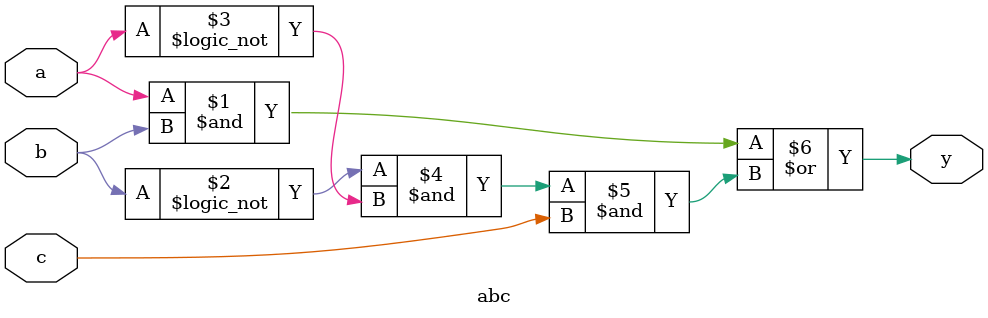
<source format=sv>
module abc (input logic a, b, c,
            output logic y);

  assign y = (a & b) | (!b & !a & c);

endmodule



</source>
